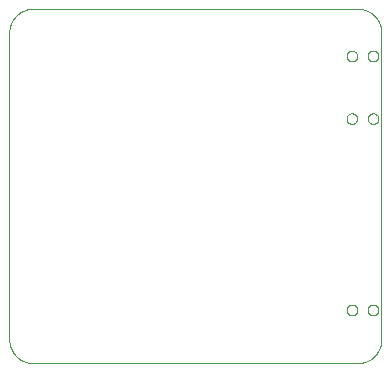
<source format=gbo>
G75*
%MOIN*%
%OFA0B0*%
%FSLAX25Y25*%
%IPPOS*%
%LPD*%
%AMOC8*
5,1,8,0,0,1.08239X$1,22.5*
%
%ADD10C,0.00000*%
D10*
X0050705Y0034957D02*
X0050705Y0137319D01*
X0050707Y0137509D01*
X0050714Y0137699D01*
X0050726Y0137889D01*
X0050742Y0138079D01*
X0050762Y0138268D01*
X0050788Y0138457D01*
X0050817Y0138645D01*
X0050852Y0138832D01*
X0050891Y0139018D01*
X0050934Y0139203D01*
X0050982Y0139388D01*
X0051034Y0139571D01*
X0051090Y0139752D01*
X0051151Y0139932D01*
X0051217Y0140111D01*
X0051286Y0140288D01*
X0051360Y0140464D01*
X0051438Y0140637D01*
X0051521Y0140809D01*
X0051607Y0140978D01*
X0051697Y0141146D01*
X0051792Y0141311D01*
X0051890Y0141474D01*
X0051993Y0141634D01*
X0052099Y0141792D01*
X0052209Y0141947D01*
X0052322Y0142100D01*
X0052440Y0142250D01*
X0052561Y0142396D01*
X0052685Y0142540D01*
X0052813Y0142681D01*
X0052944Y0142819D01*
X0053079Y0142954D01*
X0053217Y0143085D01*
X0053358Y0143213D01*
X0053502Y0143337D01*
X0053648Y0143458D01*
X0053798Y0143576D01*
X0053951Y0143689D01*
X0054106Y0143799D01*
X0054264Y0143905D01*
X0054424Y0144008D01*
X0054587Y0144106D01*
X0054752Y0144201D01*
X0054920Y0144291D01*
X0055089Y0144377D01*
X0055261Y0144460D01*
X0055434Y0144538D01*
X0055610Y0144612D01*
X0055787Y0144681D01*
X0055966Y0144747D01*
X0056146Y0144808D01*
X0056327Y0144864D01*
X0056510Y0144916D01*
X0056695Y0144964D01*
X0056880Y0145007D01*
X0057066Y0145046D01*
X0057253Y0145081D01*
X0057441Y0145110D01*
X0057630Y0145136D01*
X0057819Y0145156D01*
X0058009Y0145172D01*
X0058199Y0145184D01*
X0058389Y0145191D01*
X0058579Y0145193D01*
X0166846Y0145193D01*
X0167036Y0145191D01*
X0167226Y0145184D01*
X0167416Y0145172D01*
X0167606Y0145156D01*
X0167795Y0145136D01*
X0167984Y0145110D01*
X0168172Y0145081D01*
X0168359Y0145046D01*
X0168545Y0145007D01*
X0168730Y0144964D01*
X0168915Y0144916D01*
X0169098Y0144864D01*
X0169279Y0144808D01*
X0169459Y0144747D01*
X0169638Y0144681D01*
X0169815Y0144612D01*
X0169991Y0144538D01*
X0170164Y0144460D01*
X0170336Y0144377D01*
X0170505Y0144291D01*
X0170673Y0144201D01*
X0170838Y0144106D01*
X0171001Y0144008D01*
X0171161Y0143905D01*
X0171319Y0143799D01*
X0171474Y0143689D01*
X0171627Y0143576D01*
X0171777Y0143458D01*
X0171923Y0143337D01*
X0172067Y0143213D01*
X0172208Y0143085D01*
X0172346Y0142954D01*
X0172481Y0142819D01*
X0172612Y0142681D01*
X0172740Y0142540D01*
X0172864Y0142396D01*
X0172985Y0142250D01*
X0173103Y0142100D01*
X0173216Y0141947D01*
X0173326Y0141792D01*
X0173432Y0141634D01*
X0173535Y0141474D01*
X0173633Y0141311D01*
X0173728Y0141146D01*
X0173818Y0140978D01*
X0173904Y0140809D01*
X0173987Y0140637D01*
X0174065Y0140464D01*
X0174139Y0140288D01*
X0174208Y0140111D01*
X0174274Y0139932D01*
X0174335Y0139752D01*
X0174391Y0139571D01*
X0174443Y0139388D01*
X0174491Y0139203D01*
X0174534Y0139018D01*
X0174573Y0138832D01*
X0174608Y0138645D01*
X0174637Y0138457D01*
X0174663Y0138268D01*
X0174683Y0138079D01*
X0174699Y0137889D01*
X0174711Y0137699D01*
X0174718Y0137509D01*
X0174720Y0137319D01*
X0174720Y0034957D01*
X0174718Y0034767D01*
X0174711Y0034577D01*
X0174699Y0034387D01*
X0174683Y0034197D01*
X0174663Y0034008D01*
X0174637Y0033819D01*
X0174608Y0033631D01*
X0174573Y0033444D01*
X0174534Y0033258D01*
X0174491Y0033073D01*
X0174443Y0032888D01*
X0174391Y0032705D01*
X0174335Y0032524D01*
X0174274Y0032344D01*
X0174208Y0032165D01*
X0174139Y0031988D01*
X0174065Y0031812D01*
X0173987Y0031639D01*
X0173904Y0031467D01*
X0173818Y0031298D01*
X0173728Y0031130D01*
X0173633Y0030965D01*
X0173535Y0030802D01*
X0173432Y0030642D01*
X0173326Y0030484D01*
X0173216Y0030329D01*
X0173103Y0030176D01*
X0172985Y0030026D01*
X0172864Y0029880D01*
X0172740Y0029736D01*
X0172612Y0029595D01*
X0172481Y0029457D01*
X0172346Y0029322D01*
X0172208Y0029191D01*
X0172067Y0029063D01*
X0171923Y0028939D01*
X0171777Y0028818D01*
X0171627Y0028700D01*
X0171474Y0028587D01*
X0171319Y0028477D01*
X0171161Y0028371D01*
X0171001Y0028268D01*
X0170838Y0028170D01*
X0170673Y0028075D01*
X0170505Y0027985D01*
X0170336Y0027899D01*
X0170164Y0027816D01*
X0169991Y0027738D01*
X0169815Y0027664D01*
X0169638Y0027595D01*
X0169459Y0027529D01*
X0169279Y0027468D01*
X0169098Y0027412D01*
X0168915Y0027360D01*
X0168730Y0027312D01*
X0168545Y0027269D01*
X0168359Y0027230D01*
X0168172Y0027195D01*
X0167984Y0027166D01*
X0167795Y0027140D01*
X0167606Y0027120D01*
X0167416Y0027104D01*
X0167226Y0027092D01*
X0167036Y0027085D01*
X0166846Y0027083D01*
X0058579Y0027083D01*
X0058389Y0027085D01*
X0058199Y0027092D01*
X0058009Y0027104D01*
X0057819Y0027120D01*
X0057630Y0027140D01*
X0057441Y0027166D01*
X0057253Y0027195D01*
X0057066Y0027230D01*
X0056880Y0027269D01*
X0056695Y0027312D01*
X0056510Y0027360D01*
X0056327Y0027412D01*
X0056146Y0027468D01*
X0055966Y0027529D01*
X0055787Y0027595D01*
X0055610Y0027664D01*
X0055434Y0027738D01*
X0055261Y0027816D01*
X0055089Y0027899D01*
X0054920Y0027985D01*
X0054752Y0028075D01*
X0054587Y0028170D01*
X0054424Y0028268D01*
X0054264Y0028371D01*
X0054106Y0028477D01*
X0053951Y0028587D01*
X0053798Y0028700D01*
X0053648Y0028818D01*
X0053502Y0028939D01*
X0053358Y0029063D01*
X0053217Y0029191D01*
X0053079Y0029322D01*
X0052944Y0029457D01*
X0052813Y0029595D01*
X0052685Y0029736D01*
X0052561Y0029880D01*
X0052440Y0030026D01*
X0052322Y0030176D01*
X0052209Y0030329D01*
X0052099Y0030484D01*
X0051993Y0030642D01*
X0051890Y0030802D01*
X0051792Y0030965D01*
X0051697Y0031130D01*
X0051607Y0031298D01*
X0051521Y0031467D01*
X0051438Y0031639D01*
X0051360Y0031812D01*
X0051286Y0031988D01*
X0051217Y0032165D01*
X0051151Y0032344D01*
X0051090Y0032524D01*
X0051034Y0032705D01*
X0050982Y0032888D01*
X0050934Y0033073D01*
X0050891Y0033258D01*
X0050852Y0033444D01*
X0050817Y0033631D01*
X0050788Y0033819D01*
X0050762Y0034008D01*
X0050742Y0034197D01*
X0050726Y0034387D01*
X0050714Y0034577D01*
X0050707Y0034767D01*
X0050705Y0034957D01*
X0163106Y0044799D02*
X0163108Y0044883D01*
X0163114Y0044966D01*
X0163124Y0045049D01*
X0163138Y0045132D01*
X0163155Y0045214D01*
X0163177Y0045295D01*
X0163202Y0045374D01*
X0163231Y0045453D01*
X0163264Y0045530D01*
X0163300Y0045605D01*
X0163340Y0045679D01*
X0163383Y0045751D01*
X0163430Y0045820D01*
X0163480Y0045887D01*
X0163533Y0045952D01*
X0163589Y0046014D01*
X0163647Y0046074D01*
X0163709Y0046131D01*
X0163773Y0046184D01*
X0163840Y0046235D01*
X0163909Y0046282D01*
X0163980Y0046327D01*
X0164053Y0046367D01*
X0164128Y0046404D01*
X0164205Y0046438D01*
X0164283Y0046468D01*
X0164362Y0046494D01*
X0164443Y0046517D01*
X0164525Y0046535D01*
X0164607Y0046550D01*
X0164690Y0046561D01*
X0164773Y0046568D01*
X0164857Y0046571D01*
X0164941Y0046570D01*
X0165024Y0046565D01*
X0165108Y0046556D01*
X0165190Y0046543D01*
X0165272Y0046527D01*
X0165353Y0046506D01*
X0165434Y0046482D01*
X0165512Y0046454D01*
X0165590Y0046422D01*
X0165666Y0046386D01*
X0165740Y0046347D01*
X0165812Y0046305D01*
X0165882Y0046259D01*
X0165950Y0046210D01*
X0166015Y0046158D01*
X0166078Y0046103D01*
X0166138Y0046045D01*
X0166196Y0045984D01*
X0166250Y0045920D01*
X0166302Y0045854D01*
X0166350Y0045786D01*
X0166395Y0045715D01*
X0166436Y0045642D01*
X0166475Y0045568D01*
X0166509Y0045492D01*
X0166540Y0045414D01*
X0166567Y0045335D01*
X0166591Y0045254D01*
X0166610Y0045173D01*
X0166626Y0045091D01*
X0166638Y0045008D01*
X0166646Y0044924D01*
X0166650Y0044841D01*
X0166650Y0044757D01*
X0166646Y0044674D01*
X0166638Y0044590D01*
X0166626Y0044507D01*
X0166610Y0044425D01*
X0166591Y0044344D01*
X0166567Y0044263D01*
X0166540Y0044184D01*
X0166509Y0044106D01*
X0166475Y0044030D01*
X0166436Y0043956D01*
X0166395Y0043883D01*
X0166350Y0043812D01*
X0166302Y0043744D01*
X0166250Y0043678D01*
X0166196Y0043614D01*
X0166138Y0043553D01*
X0166078Y0043495D01*
X0166015Y0043440D01*
X0165950Y0043388D01*
X0165882Y0043339D01*
X0165812Y0043293D01*
X0165740Y0043251D01*
X0165666Y0043212D01*
X0165590Y0043176D01*
X0165512Y0043144D01*
X0165434Y0043116D01*
X0165353Y0043092D01*
X0165272Y0043071D01*
X0165190Y0043055D01*
X0165108Y0043042D01*
X0165024Y0043033D01*
X0164941Y0043028D01*
X0164857Y0043027D01*
X0164773Y0043030D01*
X0164690Y0043037D01*
X0164607Y0043048D01*
X0164525Y0043063D01*
X0164443Y0043081D01*
X0164362Y0043104D01*
X0164283Y0043130D01*
X0164205Y0043160D01*
X0164128Y0043194D01*
X0164053Y0043231D01*
X0163980Y0043271D01*
X0163909Y0043316D01*
X0163840Y0043363D01*
X0163773Y0043414D01*
X0163709Y0043467D01*
X0163647Y0043524D01*
X0163589Y0043584D01*
X0163533Y0043646D01*
X0163480Y0043711D01*
X0163430Y0043778D01*
X0163383Y0043847D01*
X0163340Y0043919D01*
X0163300Y0043993D01*
X0163264Y0044068D01*
X0163231Y0044145D01*
X0163202Y0044224D01*
X0163177Y0044303D01*
X0163155Y0044384D01*
X0163138Y0044466D01*
X0163124Y0044549D01*
X0163114Y0044632D01*
X0163108Y0044715D01*
X0163106Y0044799D01*
X0170193Y0044799D02*
X0170195Y0044883D01*
X0170201Y0044966D01*
X0170211Y0045049D01*
X0170225Y0045132D01*
X0170242Y0045214D01*
X0170264Y0045295D01*
X0170289Y0045374D01*
X0170318Y0045453D01*
X0170351Y0045530D01*
X0170387Y0045605D01*
X0170427Y0045679D01*
X0170470Y0045751D01*
X0170517Y0045820D01*
X0170567Y0045887D01*
X0170620Y0045952D01*
X0170676Y0046014D01*
X0170734Y0046074D01*
X0170796Y0046131D01*
X0170860Y0046184D01*
X0170927Y0046235D01*
X0170996Y0046282D01*
X0171067Y0046327D01*
X0171140Y0046367D01*
X0171215Y0046404D01*
X0171292Y0046438D01*
X0171370Y0046468D01*
X0171449Y0046494D01*
X0171530Y0046517D01*
X0171612Y0046535D01*
X0171694Y0046550D01*
X0171777Y0046561D01*
X0171860Y0046568D01*
X0171944Y0046571D01*
X0172028Y0046570D01*
X0172111Y0046565D01*
X0172195Y0046556D01*
X0172277Y0046543D01*
X0172359Y0046527D01*
X0172440Y0046506D01*
X0172521Y0046482D01*
X0172599Y0046454D01*
X0172677Y0046422D01*
X0172753Y0046386D01*
X0172827Y0046347D01*
X0172899Y0046305D01*
X0172969Y0046259D01*
X0173037Y0046210D01*
X0173102Y0046158D01*
X0173165Y0046103D01*
X0173225Y0046045D01*
X0173283Y0045984D01*
X0173337Y0045920D01*
X0173389Y0045854D01*
X0173437Y0045786D01*
X0173482Y0045715D01*
X0173523Y0045642D01*
X0173562Y0045568D01*
X0173596Y0045492D01*
X0173627Y0045414D01*
X0173654Y0045335D01*
X0173678Y0045254D01*
X0173697Y0045173D01*
X0173713Y0045091D01*
X0173725Y0045008D01*
X0173733Y0044924D01*
X0173737Y0044841D01*
X0173737Y0044757D01*
X0173733Y0044674D01*
X0173725Y0044590D01*
X0173713Y0044507D01*
X0173697Y0044425D01*
X0173678Y0044344D01*
X0173654Y0044263D01*
X0173627Y0044184D01*
X0173596Y0044106D01*
X0173562Y0044030D01*
X0173523Y0043956D01*
X0173482Y0043883D01*
X0173437Y0043812D01*
X0173389Y0043744D01*
X0173337Y0043678D01*
X0173283Y0043614D01*
X0173225Y0043553D01*
X0173165Y0043495D01*
X0173102Y0043440D01*
X0173037Y0043388D01*
X0172969Y0043339D01*
X0172899Y0043293D01*
X0172827Y0043251D01*
X0172753Y0043212D01*
X0172677Y0043176D01*
X0172599Y0043144D01*
X0172521Y0043116D01*
X0172440Y0043092D01*
X0172359Y0043071D01*
X0172277Y0043055D01*
X0172195Y0043042D01*
X0172111Y0043033D01*
X0172028Y0043028D01*
X0171944Y0043027D01*
X0171860Y0043030D01*
X0171777Y0043037D01*
X0171694Y0043048D01*
X0171612Y0043063D01*
X0171530Y0043081D01*
X0171449Y0043104D01*
X0171370Y0043130D01*
X0171292Y0043160D01*
X0171215Y0043194D01*
X0171140Y0043231D01*
X0171067Y0043271D01*
X0170996Y0043316D01*
X0170927Y0043363D01*
X0170860Y0043414D01*
X0170796Y0043467D01*
X0170734Y0043524D01*
X0170676Y0043584D01*
X0170620Y0043646D01*
X0170567Y0043711D01*
X0170517Y0043778D01*
X0170470Y0043847D01*
X0170427Y0043919D01*
X0170387Y0043993D01*
X0170351Y0044068D01*
X0170318Y0044145D01*
X0170289Y0044224D01*
X0170264Y0044303D01*
X0170242Y0044384D01*
X0170225Y0044466D01*
X0170211Y0044549D01*
X0170201Y0044632D01*
X0170195Y0044715D01*
X0170193Y0044799D01*
X0170193Y0108579D02*
X0170195Y0108663D01*
X0170201Y0108746D01*
X0170211Y0108829D01*
X0170225Y0108912D01*
X0170242Y0108994D01*
X0170264Y0109075D01*
X0170289Y0109154D01*
X0170318Y0109233D01*
X0170351Y0109310D01*
X0170387Y0109385D01*
X0170427Y0109459D01*
X0170470Y0109531D01*
X0170517Y0109600D01*
X0170567Y0109667D01*
X0170620Y0109732D01*
X0170676Y0109794D01*
X0170734Y0109854D01*
X0170796Y0109911D01*
X0170860Y0109964D01*
X0170927Y0110015D01*
X0170996Y0110062D01*
X0171067Y0110107D01*
X0171140Y0110147D01*
X0171215Y0110184D01*
X0171292Y0110218D01*
X0171370Y0110248D01*
X0171449Y0110274D01*
X0171530Y0110297D01*
X0171612Y0110315D01*
X0171694Y0110330D01*
X0171777Y0110341D01*
X0171860Y0110348D01*
X0171944Y0110351D01*
X0172028Y0110350D01*
X0172111Y0110345D01*
X0172195Y0110336D01*
X0172277Y0110323D01*
X0172359Y0110307D01*
X0172440Y0110286D01*
X0172521Y0110262D01*
X0172599Y0110234D01*
X0172677Y0110202D01*
X0172753Y0110166D01*
X0172827Y0110127D01*
X0172899Y0110085D01*
X0172969Y0110039D01*
X0173037Y0109990D01*
X0173102Y0109938D01*
X0173165Y0109883D01*
X0173225Y0109825D01*
X0173283Y0109764D01*
X0173337Y0109700D01*
X0173389Y0109634D01*
X0173437Y0109566D01*
X0173482Y0109495D01*
X0173523Y0109422D01*
X0173562Y0109348D01*
X0173596Y0109272D01*
X0173627Y0109194D01*
X0173654Y0109115D01*
X0173678Y0109034D01*
X0173697Y0108953D01*
X0173713Y0108871D01*
X0173725Y0108788D01*
X0173733Y0108704D01*
X0173737Y0108621D01*
X0173737Y0108537D01*
X0173733Y0108454D01*
X0173725Y0108370D01*
X0173713Y0108287D01*
X0173697Y0108205D01*
X0173678Y0108124D01*
X0173654Y0108043D01*
X0173627Y0107964D01*
X0173596Y0107886D01*
X0173562Y0107810D01*
X0173523Y0107736D01*
X0173482Y0107663D01*
X0173437Y0107592D01*
X0173389Y0107524D01*
X0173337Y0107458D01*
X0173283Y0107394D01*
X0173225Y0107333D01*
X0173165Y0107275D01*
X0173102Y0107220D01*
X0173037Y0107168D01*
X0172969Y0107119D01*
X0172899Y0107073D01*
X0172827Y0107031D01*
X0172753Y0106992D01*
X0172677Y0106956D01*
X0172599Y0106924D01*
X0172521Y0106896D01*
X0172440Y0106872D01*
X0172359Y0106851D01*
X0172277Y0106835D01*
X0172195Y0106822D01*
X0172111Y0106813D01*
X0172028Y0106808D01*
X0171944Y0106807D01*
X0171860Y0106810D01*
X0171777Y0106817D01*
X0171694Y0106828D01*
X0171612Y0106843D01*
X0171530Y0106861D01*
X0171449Y0106884D01*
X0171370Y0106910D01*
X0171292Y0106940D01*
X0171215Y0106974D01*
X0171140Y0107011D01*
X0171067Y0107051D01*
X0170996Y0107096D01*
X0170927Y0107143D01*
X0170860Y0107194D01*
X0170796Y0107247D01*
X0170734Y0107304D01*
X0170676Y0107364D01*
X0170620Y0107426D01*
X0170567Y0107491D01*
X0170517Y0107558D01*
X0170470Y0107627D01*
X0170427Y0107699D01*
X0170387Y0107773D01*
X0170351Y0107848D01*
X0170318Y0107925D01*
X0170289Y0108004D01*
X0170264Y0108083D01*
X0170242Y0108164D01*
X0170225Y0108246D01*
X0170211Y0108329D01*
X0170201Y0108412D01*
X0170195Y0108495D01*
X0170193Y0108579D01*
X0163106Y0108579D02*
X0163108Y0108663D01*
X0163114Y0108746D01*
X0163124Y0108829D01*
X0163138Y0108912D01*
X0163155Y0108994D01*
X0163177Y0109075D01*
X0163202Y0109154D01*
X0163231Y0109233D01*
X0163264Y0109310D01*
X0163300Y0109385D01*
X0163340Y0109459D01*
X0163383Y0109531D01*
X0163430Y0109600D01*
X0163480Y0109667D01*
X0163533Y0109732D01*
X0163589Y0109794D01*
X0163647Y0109854D01*
X0163709Y0109911D01*
X0163773Y0109964D01*
X0163840Y0110015D01*
X0163909Y0110062D01*
X0163980Y0110107D01*
X0164053Y0110147D01*
X0164128Y0110184D01*
X0164205Y0110218D01*
X0164283Y0110248D01*
X0164362Y0110274D01*
X0164443Y0110297D01*
X0164525Y0110315D01*
X0164607Y0110330D01*
X0164690Y0110341D01*
X0164773Y0110348D01*
X0164857Y0110351D01*
X0164941Y0110350D01*
X0165024Y0110345D01*
X0165108Y0110336D01*
X0165190Y0110323D01*
X0165272Y0110307D01*
X0165353Y0110286D01*
X0165434Y0110262D01*
X0165512Y0110234D01*
X0165590Y0110202D01*
X0165666Y0110166D01*
X0165740Y0110127D01*
X0165812Y0110085D01*
X0165882Y0110039D01*
X0165950Y0109990D01*
X0166015Y0109938D01*
X0166078Y0109883D01*
X0166138Y0109825D01*
X0166196Y0109764D01*
X0166250Y0109700D01*
X0166302Y0109634D01*
X0166350Y0109566D01*
X0166395Y0109495D01*
X0166436Y0109422D01*
X0166475Y0109348D01*
X0166509Y0109272D01*
X0166540Y0109194D01*
X0166567Y0109115D01*
X0166591Y0109034D01*
X0166610Y0108953D01*
X0166626Y0108871D01*
X0166638Y0108788D01*
X0166646Y0108704D01*
X0166650Y0108621D01*
X0166650Y0108537D01*
X0166646Y0108454D01*
X0166638Y0108370D01*
X0166626Y0108287D01*
X0166610Y0108205D01*
X0166591Y0108124D01*
X0166567Y0108043D01*
X0166540Y0107964D01*
X0166509Y0107886D01*
X0166475Y0107810D01*
X0166436Y0107736D01*
X0166395Y0107663D01*
X0166350Y0107592D01*
X0166302Y0107524D01*
X0166250Y0107458D01*
X0166196Y0107394D01*
X0166138Y0107333D01*
X0166078Y0107275D01*
X0166015Y0107220D01*
X0165950Y0107168D01*
X0165882Y0107119D01*
X0165812Y0107073D01*
X0165740Y0107031D01*
X0165666Y0106992D01*
X0165590Y0106956D01*
X0165512Y0106924D01*
X0165434Y0106896D01*
X0165353Y0106872D01*
X0165272Y0106851D01*
X0165190Y0106835D01*
X0165108Y0106822D01*
X0165024Y0106813D01*
X0164941Y0106808D01*
X0164857Y0106807D01*
X0164773Y0106810D01*
X0164690Y0106817D01*
X0164607Y0106828D01*
X0164525Y0106843D01*
X0164443Y0106861D01*
X0164362Y0106884D01*
X0164283Y0106910D01*
X0164205Y0106940D01*
X0164128Y0106974D01*
X0164053Y0107011D01*
X0163980Y0107051D01*
X0163909Y0107096D01*
X0163840Y0107143D01*
X0163773Y0107194D01*
X0163709Y0107247D01*
X0163647Y0107304D01*
X0163589Y0107364D01*
X0163533Y0107426D01*
X0163480Y0107491D01*
X0163430Y0107558D01*
X0163383Y0107627D01*
X0163340Y0107699D01*
X0163300Y0107773D01*
X0163264Y0107848D01*
X0163231Y0107925D01*
X0163202Y0108004D01*
X0163177Y0108083D01*
X0163155Y0108164D01*
X0163138Y0108246D01*
X0163124Y0108329D01*
X0163114Y0108412D01*
X0163108Y0108495D01*
X0163106Y0108579D01*
X0163106Y0129445D02*
X0163108Y0129529D01*
X0163114Y0129612D01*
X0163124Y0129695D01*
X0163138Y0129778D01*
X0163155Y0129860D01*
X0163177Y0129941D01*
X0163202Y0130020D01*
X0163231Y0130099D01*
X0163264Y0130176D01*
X0163300Y0130251D01*
X0163340Y0130325D01*
X0163383Y0130397D01*
X0163430Y0130466D01*
X0163480Y0130533D01*
X0163533Y0130598D01*
X0163589Y0130660D01*
X0163647Y0130720D01*
X0163709Y0130777D01*
X0163773Y0130830D01*
X0163840Y0130881D01*
X0163909Y0130928D01*
X0163980Y0130973D01*
X0164053Y0131013D01*
X0164128Y0131050D01*
X0164205Y0131084D01*
X0164283Y0131114D01*
X0164362Y0131140D01*
X0164443Y0131163D01*
X0164525Y0131181D01*
X0164607Y0131196D01*
X0164690Y0131207D01*
X0164773Y0131214D01*
X0164857Y0131217D01*
X0164941Y0131216D01*
X0165024Y0131211D01*
X0165108Y0131202D01*
X0165190Y0131189D01*
X0165272Y0131173D01*
X0165353Y0131152D01*
X0165434Y0131128D01*
X0165512Y0131100D01*
X0165590Y0131068D01*
X0165666Y0131032D01*
X0165740Y0130993D01*
X0165812Y0130951D01*
X0165882Y0130905D01*
X0165950Y0130856D01*
X0166015Y0130804D01*
X0166078Y0130749D01*
X0166138Y0130691D01*
X0166196Y0130630D01*
X0166250Y0130566D01*
X0166302Y0130500D01*
X0166350Y0130432D01*
X0166395Y0130361D01*
X0166436Y0130288D01*
X0166475Y0130214D01*
X0166509Y0130138D01*
X0166540Y0130060D01*
X0166567Y0129981D01*
X0166591Y0129900D01*
X0166610Y0129819D01*
X0166626Y0129737D01*
X0166638Y0129654D01*
X0166646Y0129570D01*
X0166650Y0129487D01*
X0166650Y0129403D01*
X0166646Y0129320D01*
X0166638Y0129236D01*
X0166626Y0129153D01*
X0166610Y0129071D01*
X0166591Y0128990D01*
X0166567Y0128909D01*
X0166540Y0128830D01*
X0166509Y0128752D01*
X0166475Y0128676D01*
X0166436Y0128602D01*
X0166395Y0128529D01*
X0166350Y0128458D01*
X0166302Y0128390D01*
X0166250Y0128324D01*
X0166196Y0128260D01*
X0166138Y0128199D01*
X0166078Y0128141D01*
X0166015Y0128086D01*
X0165950Y0128034D01*
X0165882Y0127985D01*
X0165812Y0127939D01*
X0165740Y0127897D01*
X0165666Y0127858D01*
X0165590Y0127822D01*
X0165512Y0127790D01*
X0165434Y0127762D01*
X0165353Y0127738D01*
X0165272Y0127717D01*
X0165190Y0127701D01*
X0165108Y0127688D01*
X0165024Y0127679D01*
X0164941Y0127674D01*
X0164857Y0127673D01*
X0164773Y0127676D01*
X0164690Y0127683D01*
X0164607Y0127694D01*
X0164525Y0127709D01*
X0164443Y0127727D01*
X0164362Y0127750D01*
X0164283Y0127776D01*
X0164205Y0127806D01*
X0164128Y0127840D01*
X0164053Y0127877D01*
X0163980Y0127917D01*
X0163909Y0127962D01*
X0163840Y0128009D01*
X0163773Y0128060D01*
X0163709Y0128113D01*
X0163647Y0128170D01*
X0163589Y0128230D01*
X0163533Y0128292D01*
X0163480Y0128357D01*
X0163430Y0128424D01*
X0163383Y0128493D01*
X0163340Y0128565D01*
X0163300Y0128639D01*
X0163264Y0128714D01*
X0163231Y0128791D01*
X0163202Y0128870D01*
X0163177Y0128949D01*
X0163155Y0129030D01*
X0163138Y0129112D01*
X0163124Y0129195D01*
X0163114Y0129278D01*
X0163108Y0129361D01*
X0163106Y0129445D01*
X0170193Y0129445D02*
X0170195Y0129529D01*
X0170201Y0129612D01*
X0170211Y0129695D01*
X0170225Y0129778D01*
X0170242Y0129860D01*
X0170264Y0129941D01*
X0170289Y0130020D01*
X0170318Y0130099D01*
X0170351Y0130176D01*
X0170387Y0130251D01*
X0170427Y0130325D01*
X0170470Y0130397D01*
X0170517Y0130466D01*
X0170567Y0130533D01*
X0170620Y0130598D01*
X0170676Y0130660D01*
X0170734Y0130720D01*
X0170796Y0130777D01*
X0170860Y0130830D01*
X0170927Y0130881D01*
X0170996Y0130928D01*
X0171067Y0130973D01*
X0171140Y0131013D01*
X0171215Y0131050D01*
X0171292Y0131084D01*
X0171370Y0131114D01*
X0171449Y0131140D01*
X0171530Y0131163D01*
X0171612Y0131181D01*
X0171694Y0131196D01*
X0171777Y0131207D01*
X0171860Y0131214D01*
X0171944Y0131217D01*
X0172028Y0131216D01*
X0172111Y0131211D01*
X0172195Y0131202D01*
X0172277Y0131189D01*
X0172359Y0131173D01*
X0172440Y0131152D01*
X0172521Y0131128D01*
X0172599Y0131100D01*
X0172677Y0131068D01*
X0172753Y0131032D01*
X0172827Y0130993D01*
X0172899Y0130951D01*
X0172969Y0130905D01*
X0173037Y0130856D01*
X0173102Y0130804D01*
X0173165Y0130749D01*
X0173225Y0130691D01*
X0173283Y0130630D01*
X0173337Y0130566D01*
X0173389Y0130500D01*
X0173437Y0130432D01*
X0173482Y0130361D01*
X0173523Y0130288D01*
X0173562Y0130214D01*
X0173596Y0130138D01*
X0173627Y0130060D01*
X0173654Y0129981D01*
X0173678Y0129900D01*
X0173697Y0129819D01*
X0173713Y0129737D01*
X0173725Y0129654D01*
X0173733Y0129570D01*
X0173737Y0129487D01*
X0173737Y0129403D01*
X0173733Y0129320D01*
X0173725Y0129236D01*
X0173713Y0129153D01*
X0173697Y0129071D01*
X0173678Y0128990D01*
X0173654Y0128909D01*
X0173627Y0128830D01*
X0173596Y0128752D01*
X0173562Y0128676D01*
X0173523Y0128602D01*
X0173482Y0128529D01*
X0173437Y0128458D01*
X0173389Y0128390D01*
X0173337Y0128324D01*
X0173283Y0128260D01*
X0173225Y0128199D01*
X0173165Y0128141D01*
X0173102Y0128086D01*
X0173037Y0128034D01*
X0172969Y0127985D01*
X0172899Y0127939D01*
X0172827Y0127897D01*
X0172753Y0127858D01*
X0172677Y0127822D01*
X0172599Y0127790D01*
X0172521Y0127762D01*
X0172440Y0127738D01*
X0172359Y0127717D01*
X0172277Y0127701D01*
X0172195Y0127688D01*
X0172111Y0127679D01*
X0172028Y0127674D01*
X0171944Y0127673D01*
X0171860Y0127676D01*
X0171777Y0127683D01*
X0171694Y0127694D01*
X0171612Y0127709D01*
X0171530Y0127727D01*
X0171449Y0127750D01*
X0171370Y0127776D01*
X0171292Y0127806D01*
X0171215Y0127840D01*
X0171140Y0127877D01*
X0171067Y0127917D01*
X0170996Y0127962D01*
X0170927Y0128009D01*
X0170860Y0128060D01*
X0170796Y0128113D01*
X0170734Y0128170D01*
X0170676Y0128230D01*
X0170620Y0128292D01*
X0170567Y0128357D01*
X0170517Y0128424D01*
X0170470Y0128493D01*
X0170427Y0128565D01*
X0170387Y0128639D01*
X0170351Y0128714D01*
X0170318Y0128791D01*
X0170289Y0128870D01*
X0170264Y0128949D01*
X0170242Y0129030D01*
X0170225Y0129112D01*
X0170211Y0129195D01*
X0170201Y0129278D01*
X0170195Y0129361D01*
X0170193Y0129445D01*
M02*

</source>
